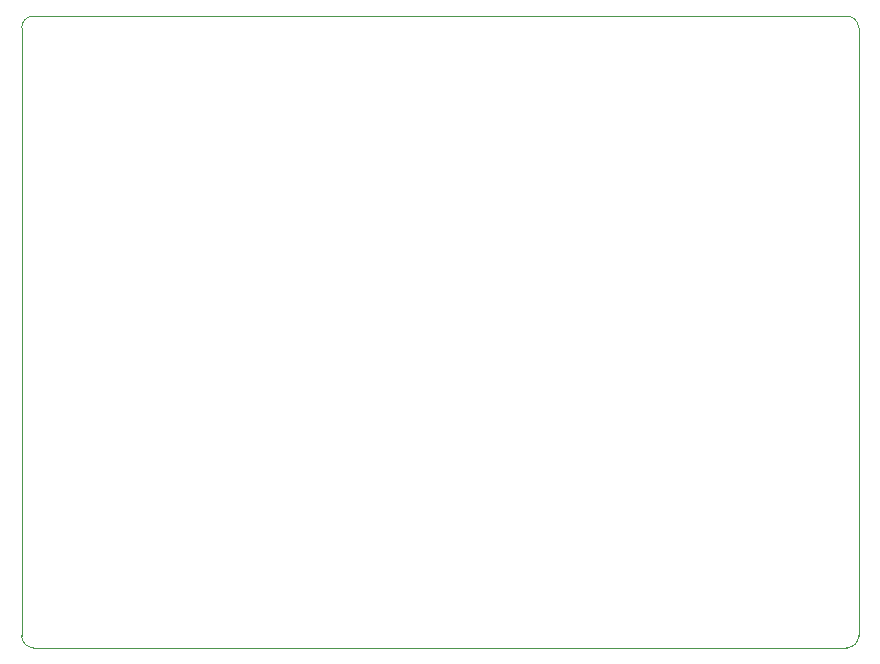
<source format=gko>
G04*
G04 #@! TF.GenerationSoftware,Altium Limited,Altium Designer,23.3.1 (30)*
G04*
G04 Layer_Color=16711935*
%FSLAX44Y44*%
%MOMM*%
G71*
G04*
G04 #@! TF.SameCoordinates,3FD81306-C8D3-46B1-8163-1FBD848DCD1C*
G04*
G04*
G04 #@! TF.FilePolarity,Positive*
G04*
G01*
G75*
%ADD17C,0.1000*%
D17*
X-655739Y309720D02*
G03*
X-645739Y299720I10000J0D01*
G01*
Y834390D02*
G03*
X-655739Y824390I0J-10000D01*
G01*
X53020D02*
G03*
X43020Y834390I-10000J0D01*
G01*
X43020Y299720D02*
G03*
X53020Y309720I0J10000D01*
G01*
X-655739D02*
Y824390D01*
X-645739Y299720D02*
X43020Y299720D01*
X-645739Y834390D02*
X43020Y834390D01*
X53020Y309720D02*
Y824390D01*
M02*

</source>
